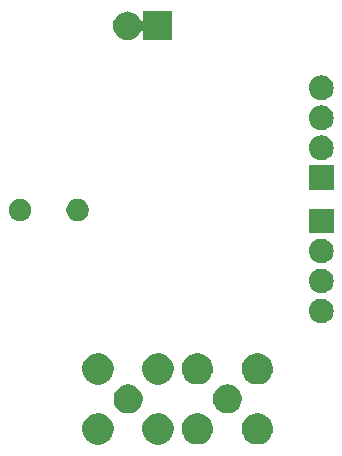
<source format=gbr>
G04 #@! TF.GenerationSoftware,KiCad,Pcbnew,5.0.2-bee76a0~70~ubuntu18.04.1*
G04 #@! TF.CreationDate,2019-01-08T18:58:55+02:00*
G04 #@! TF.ProjectId,HScope_2018_10_L,4853636f-7065-45f3-9230-31385f31305f,rev?*
G04 #@! TF.SameCoordinates,Original*
G04 #@! TF.FileFunction,Soldermask,Bot*
G04 #@! TF.FilePolarity,Negative*
%FSLAX46Y46*%
G04 Gerber Fmt 4.6, Leading zero omitted, Abs format (unit mm)*
G04 Created by KiCad (PCBNEW 5.0.2-bee76a0~70~ubuntu18.04.1) date Вт 08 янв 2019 18:58:55*
%MOMM*%
%LPD*%
G01*
G04 APERTURE LIST*
%ADD10C,0.100000*%
G04 APERTURE END LIST*
D10*
G36*
X79101159Y-69738946D02*
X79186488Y-69755919D01*
X79403481Y-69845800D01*
X79427623Y-69855800D01*
X79644641Y-70000807D01*
X79829193Y-70185359D01*
X79829195Y-70185362D01*
X79974200Y-70402377D01*
X80069939Y-70633512D01*
X80074081Y-70643513D01*
X80125000Y-70899497D01*
X80125000Y-71160503D01*
X80074081Y-71416487D01*
X79974200Y-71657623D01*
X79829193Y-71874641D01*
X79644641Y-72059193D01*
X79644638Y-72059195D01*
X79427623Y-72204200D01*
X79186488Y-72304081D01*
X79101159Y-72321054D01*
X78930503Y-72355000D01*
X78669497Y-72355000D01*
X78498841Y-72321054D01*
X78413512Y-72304081D01*
X78172377Y-72204200D01*
X77955362Y-72059195D01*
X77955359Y-72059193D01*
X77770807Y-71874641D01*
X77625800Y-71657623D01*
X77525919Y-71416487D01*
X77475000Y-71160503D01*
X77475000Y-70899497D01*
X77525919Y-70643513D01*
X77530062Y-70633512D01*
X77625800Y-70402377D01*
X77770805Y-70185362D01*
X77770807Y-70185359D01*
X77955359Y-70000807D01*
X78172377Y-69855800D01*
X78196519Y-69845800D01*
X78413512Y-69755919D01*
X78498841Y-69738946D01*
X78669497Y-69705000D01*
X78930503Y-69705000D01*
X79101159Y-69738946D01*
X79101159Y-69738946D01*
G37*
G36*
X74021159Y-69738946D02*
X74106488Y-69755919D01*
X74323481Y-69845800D01*
X74347623Y-69855800D01*
X74564641Y-70000807D01*
X74749193Y-70185359D01*
X74749195Y-70185362D01*
X74894200Y-70402377D01*
X74989939Y-70633512D01*
X74994081Y-70643513D01*
X75045000Y-70899497D01*
X75045000Y-71160503D01*
X74994081Y-71416487D01*
X74894200Y-71657623D01*
X74749193Y-71874641D01*
X74564641Y-72059193D01*
X74564638Y-72059195D01*
X74347623Y-72204200D01*
X74106488Y-72304081D01*
X74021159Y-72321054D01*
X73850503Y-72355000D01*
X73589497Y-72355000D01*
X73418841Y-72321054D01*
X73333512Y-72304081D01*
X73092377Y-72204200D01*
X72875362Y-72059195D01*
X72875359Y-72059193D01*
X72690807Y-71874641D01*
X72545800Y-71657623D01*
X72445919Y-71416487D01*
X72395000Y-71160503D01*
X72395000Y-70899497D01*
X72445919Y-70643513D01*
X72450062Y-70633512D01*
X72545800Y-70402377D01*
X72690805Y-70185362D01*
X72690807Y-70185359D01*
X72875359Y-70000807D01*
X73092377Y-69855800D01*
X73116519Y-69845800D01*
X73333512Y-69755919D01*
X73418841Y-69738946D01*
X73589497Y-69705000D01*
X73850503Y-69705000D01*
X74021159Y-69738946D01*
X74021159Y-69738946D01*
G37*
G36*
X82431159Y-69728946D02*
X82516488Y-69745919D01*
X82757623Y-69845800D01*
X82974641Y-69990807D01*
X83159193Y-70175359D01*
X83304200Y-70392377D01*
X83404081Y-70633513D01*
X83455000Y-70889497D01*
X83455000Y-71150503D01*
X83421054Y-71321159D01*
X83404081Y-71406488D01*
X83304200Y-71647623D01*
X83159193Y-71864641D01*
X82974641Y-72049193D01*
X82974638Y-72049195D01*
X82757623Y-72194200D01*
X82516488Y-72294081D01*
X82431159Y-72311054D01*
X82260503Y-72345000D01*
X81999497Y-72345000D01*
X81828841Y-72311054D01*
X81743512Y-72294081D01*
X81502377Y-72194200D01*
X81285362Y-72049195D01*
X81285359Y-72049193D01*
X81100807Y-71864641D01*
X80955800Y-71647623D01*
X80855919Y-71406488D01*
X80838946Y-71321159D01*
X80805000Y-71150503D01*
X80805000Y-70889497D01*
X80855919Y-70633513D01*
X80955800Y-70392377D01*
X81100807Y-70175359D01*
X81285359Y-69990807D01*
X81502377Y-69845800D01*
X81743512Y-69745919D01*
X81828841Y-69728946D01*
X81999497Y-69695000D01*
X82260503Y-69695000D01*
X82431159Y-69728946D01*
X82431159Y-69728946D01*
G37*
G36*
X87511159Y-69728946D02*
X87596488Y-69745919D01*
X87837623Y-69845800D01*
X88054641Y-69990807D01*
X88239193Y-70175359D01*
X88384200Y-70392377D01*
X88484081Y-70633513D01*
X88535000Y-70889497D01*
X88535000Y-71150503D01*
X88501054Y-71321159D01*
X88484081Y-71406488D01*
X88384200Y-71647623D01*
X88239193Y-71864641D01*
X88054641Y-72049193D01*
X88054638Y-72049195D01*
X87837623Y-72194200D01*
X87596488Y-72294081D01*
X87511159Y-72311054D01*
X87340503Y-72345000D01*
X87079497Y-72345000D01*
X86908841Y-72311054D01*
X86823512Y-72294081D01*
X86582377Y-72194200D01*
X86365362Y-72049195D01*
X86365359Y-72049193D01*
X86180807Y-71864641D01*
X86035800Y-71647623D01*
X85935919Y-71406488D01*
X85918946Y-71321159D01*
X85885000Y-71150503D01*
X85885000Y-70889497D01*
X85935919Y-70633513D01*
X86035800Y-70392377D01*
X86180807Y-70175359D01*
X86365359Y-69990807D01*
X86582377Y-69845800D01*
X86823512Y-69745919D01*
X86908841Y-69728946D01*
X87079497Y-69695000D01*
X87340503Y-69695000D01*
X87511159Y-69728946D01*
X87511159Y-69728946D01*
G37*
G36*
X76617319Y-67312076D02*
X76840255Y-67404419D01*
X77025926Y-67528481D01*
X77040895Y-67538483D01*
X77211517Y-67709105D01*
X77211519Y-67709108D01*
X77345581Y-67909745D01*
X77437924Y-68132681D01*
X77485000Y-68369348D01*
X77485000Y-68610652D01*
X77437924Y-68847319D01*
X77345581Y-69070255D01*
X77218201Y-69260892D01*
X77211517Y-69270895D01*
X77040895Y-69441517D01*
X77040892Y-69441519D01*
X76840255Y-69575581D01*
X76617319Y-69667924D01*
X76498985Y-69691462D01*
X76380653Y-69715000D01*
X76139347Y-69715000D01*
X76021015Y-69691462D01*
X75902681Y-69667924D01*
X75679745Y-69575581D01*
X75479108Y-69441519D01*
X75479105Y-69441517D01*
X75308483Y-69270895D01*
X75301799Y-69260892D01*
X75174419Y-69070255D01*
X75082076Y-68847319D01*
X75035000Y-68610652D01*
X75035000Y-68369348D01*
X75082076Y-68132681D01*
X75174419Y-67909745D01*
X75308481Y-67709108D01*
X75308483Y-67709105D01*
X75479105Y-67538483D01*
X75494074Y-67528481D01*
X75679745Y-67404419D01*
X75902681Y-67312076D01*
X76139347Y-67265000D01*
X76380653Y-67265000D01*
X76617319Y-67312076D01*
X76617319Y-67312076D01*
G37*
G36*
X84891199Y-67275000D02*
X85027319Y-67302076D01*
X85250255Y-67394419D01*
X85449539Y-67527577D01*
X85450895Y-67528483D01*
X85621517Y-67699105D01*
X85621519Y-67699108D01*
X85755581Y-67899745D01*
X85847924Y-68122681D01*
X85895000Y-68359348D01*
X85895000Y-68600652D01*
X85847924Y-68837319D01*
X85755581Y-69060255D01*
X85748899Y-69070255D01*
X85621517Y-69260895D01*
X85450895Y-69431517D01*
X85450892Y-69431519D01*
X85250255Y-69565581D01*
X85027319Y-69657924D01*
X84908985Y-69681462D01*
X84790653Y-69705000D01*
X84549347Y-69705000D01*
X84431015Y-69681462D01*
X84312681Y-69657924D01*
X84089745Y-69565581D01*
X83889108Y-69431519D01*
X83889105Y-69431517D01*
X83718483Y-69260895D01*
X83591101Y-69070255D01*
X83584419Y-69060255D01*
X83492076Y-68837319D01*
X83445000Y-68600652D01*
X83445000Y-68359348D01*
X83492076Y-68122681D01*
X83584419Y-67899745D01*
X83718481Y-67699108D01*
X83718483Y-67699105D01*
X83889105Y-67528483D01*
X83890461Y-67527577D01*
X84089745Y-67394419D01*
X84312681Y-67302076D01*
X84448801Y-67275000D01*
X84549347Y-67255000D01*
X84790653Y-67255000D01*
X84891199Y-67275000D01*
X84891199Y-67275000D01*
G37*
G36*
X74021159Y-64658946D02*
X74106488Y-64675919D01*
X74323481Y-64765800D01*
X74347623Y-64775800D01*
X74564641Y-64920807D01*
X74749193Y-65105359D01*
X74749195Y-65105362D01*
X74894200Y-65322377D01*
X74989939Y-65553512D01*
X74994081Y-65563513D01*
X75045000Y-65819497D01*
X75045000Y-66080503D01*
X74994081Y-66336487D01*
X74894200Y-66577623D01*
X74749193Y-66794641D01*
X74564641Y-66979193D01*
X74564638Y-66979195D01*
X74347623Y-67124200D01*
X74106488Y-67224081D01*
X74021159Y-67241054D01*
X73850503Y-67275000D01*
X73589497Y-67275000D01*
X73418841Y-67241054D01*
X73333512Y-67224081D01*
X73092377Y-67124200D01*
X72875362Y-66979195D01*
X72875359Y-66979193D01*
X72690807Y-66794641D01*
X72545800Y-66577623D01*
X72445919Y-66336487D01*
X72395000Y-66080503D01*
X72395000Y-65819497D01*
X72445919Y-65563513D01*
X72450062Y-65553512D01*
X72545800Y-65322377D01*
X72690805Y-65105362D01*
X72690807Y-65105359D01*
X72875359Y-64920807D01*
X73092377Y-64775800D01*
X73116519Y-64765800D01*
X73333512Y-64675919D01*
X73418841Y-64658946D01*
X73589497Y-64625000D01*
X73850503Y-64625000D01*
X74021159Y-64658946D01*
X74021159Y-64658946D01*
G37*
G36*
X79101159Y-64658946D02*
X79186488Y-64675919D01*
X79403481Y-64765800D01*
X79427623Y-64775800D01*
X79644641Y-64920807D01*
X79829193Y-65105359D01*
X79829195Y-65105362D01*
X79974200Y-65322377D01*
X80069939Y-65553512D01*
X80074081Y-65563513D01*
X80125000Y-65819497D01*
X80125000Y-66080503D01*
X80074081Y-66336487D01*
X79974200Y-66577623D01*
X79829193Y-66794641D01*
X79644641Y-66979193D01*
X79644638Y-66979195D01*
X79427623Y-67124200D01*
X79186488Y-67224081D01*
X79101159Y-67241054D01*
X78930503Y-67275000D01*
X78669497Y-67275000D01*
X78498841Y-67241054D01*
X78413512Y-67224081D01*
X78172377Y-67124200D01*
X77955362Y-66979195D01*
X77955359Y-66979193D01*
X77770807Y-66794641D01*
X77625800Y-66577623D01*
X77525919Y-66336487D01*
X77475000Y-66080503D01*
X77475000Y-65819497D01*
X77525919Y-65563513D01*
X77530062Y-65553512D01*
X77625800Y-65322377D01*
X77770805Y-65105362D01*
X77770807Y-65105359D01*
X77955359Y-64920807D01*
X78172377Y-64775800D01*
X78196519Y-64765800D01*
X78413512Y-64675919D01*
X78498841Y-64658946D01*
X78669497Y-64625000D01*
X78930503Y-64625000D01*
X79101159Y-64658946D01*
X79101159Y-64658946D01*
G37*
G36*
X82431159Y-64648946D02*
X82516488Y-64665919D01*
X82757623Y-64765800D01*
X82974641Y-64910807D01*
X83159193Y-65095359D01*
X83304200Y-65312377D01*
X83404081Y-65553513D01*
X83455000Y-65809497D01*
X83455000Y-66070503D01*
X83421054Y-66241159D01*
X83404081Y-66326488D01*
X83304200Y-66567623D01*
X83159193Y-66784641D01*
X82974641Y-66969193D01*
X82974638Y-66969195D01*
X82757623Y-67114200D01*
X82516488Y-67214081D01*
X82431159Y-67231054D01*
X82260503Y-67265000D01*
X81999497Y-67265000D01*
X81828841Y-67231054D01*
X81743512Y-67214081D01*
X81502377Y-67114200D01*
X81285362Y-66969195D01*
X81285359Y-66969193D01*
X81100807Y-66784641D01*
X80955800Y-66567623D01*
X80855919Y-66326488D01*
X80838946Y-66241159D01*
X80805000Y-66070503D01*
X80805000Y-65809497D01*
X80855919Y-65553513D01*
X80955800Y-65312377D01*
X81100807Y-65095359D01*
X81285359Y-64910807D01*
X81502377Y-64765800D01*
X81743512Y-64665919D01*
X81828841Y-64648946D01*
X81999497Y-64615000D01*
X82260503Y-64615000D01*
X82431159Y-64648946D01*
X82431159Y-64648946D01*
G37*
G36*
X87511159Y-64648946D02*
X87596488Y-64665919D01*
X87837623Y-64765800D01*
X88054641Y-64910807D01*
X88239193Y-65095359D01*
X88384200Y-65312377D01*
X88484081Y-65553513D01*
X88535000Y-65809497D01*
X88535000Y-66070503D01*
X88501054Y-66241159D01*
X88484081Y-66326488D01*
X88384200Y-66567623D01*
X88239193Y-66784641D01*
X88054641Y-66969193D01*
X88054638Y-66969195D01*
X87837623Y-67114200D01*
X87596488Y-67214081D01*
X87511159Y-67231054D01*
X87340503Y-67265000D01*
X87079497Y-67265000D01*
X86908841Y-67231054D01*
X86823512Y-67214081D01*
X86582377Y-67114200D01*
X86365362Y-66969195D01*
X86365359Y-66969193D01*
X86180807Y-66784641D01*
X86035800Y-66567623D01*
X85935919Y-66326488D01*
X85918946Y-66241159D01*
X85885000Y-66070503D01*
X85885000Y-65809497D01*
X85935919Y-65553513D01*
X86035800Y-65312377D01*
X86180807Y-65095359D01*
X86365359Y-64910807D01*
X86582377Y-64765800D01*
X86823512Y-64665919D01*
X86908841Y-64648946D01*
X87079497Y-64615000D01*
X87340503Y-64615000D01*
X87511159Y-64648946D01*
X87511159Y-64648946D01*
G37*
G36*
X92748707Y-59997596D02*
X92825836Y-60005193D01*
X92957787Y-60045220D01*
X93023763Y-60065233D01*
X93206172Y-60162733D01*
X93366054Y-60293946D01*
X93497267Y-60453828D01*
X93594767Y-60636237D01*
X93594767Y-60636238D01*
X93654807Y-60834164D01*
X93675080Y-61040000D01*
X93654807Y-61245836D01*
X93614780Y-61377787D01*
X93594767Y-61443763D01*
X93497267Y-61626172D01*
X93366054Y-61786054D01*
X93206172Y-61917267D01*
X93023763Y-62014767D01*
X92957787Y-62034780D01*
X92825836Y-62074807D01*
X92748707Y-62082403D01*
X92671580Y-62090000D01*
X92568420Y-62090000D01*
X92491293Y-62082403D01*
X92414164Y-62074807D01*
X92282213Y-62034780D01*
X92216237Y-62014767D01*
X92033828Y-61917267D01*
X91873946Y-61786054D01*
X91742733Y-61626172D01*
X91645233Y-61443763D01*
X91625220Y-61377787D01*
X91585193Y-61245836D01*
X91564920Y-61040000D01*
X91585193Y-60834164D01*
X91645233Y-60636238D01*
X91645233Y-60636237D01*
X91742733Y-60453828D01*
X91873946Y-60293946D01*
X92033828Y-60162733D01*
X92216237Y-60065233D01*
X92282213Y-60045220D01*
X92414164Y-60005193D01*
X92491293Y-59997596D01*
X92568420Y-59990000D01*
X92671580Y-59990000D01*
X92748707Y-59997596D01*
X92748707Y-59997596D01*
G37*
G36*
X92748707Y-57457597D02*
X92825836Y-57465193D01*
X92957787Y-57505220D01*
X93023763Y-57525233D01*
X93206172Y-57622733D01*
X93366054Y-57753946D01*
X93497267Y-57913828D01*
X93594767Y-58096237D01*
X93594767Y-58096238D01*
X93654807Y-58294164D01*
X93675080Y-58500000D01*
X93654807Y-58705836D01*
X93614780Y-58837787D01*
X93594767Y-58903763D01*
X93497267Y-59086172D01*
X93366054Y-59246054D01*
X93206172Y-59377267D01*
X93023763Y-59474767D01*
X92957787Y-59494780D01*
X92825836Y-59534807D01*
X92748707Y-59542404D01*
X92671580Y-59550000D01*
X92568420Y-59550000D01*
X92491293Y-59542404D01*
X92414164Y-59534807D01*
X92282213Y-59494780D01*
X92216237Y-59474767D01*
X92033828Y-59377267D01*
X91873946Y-59246054D01*
X91742733Y-59086172D01*
X91645233Y-58903763D01*
X91625220Y-58837787D01*
X91585193Y-58705836D01*
X91564920Y-58500000D01*
X91585193Y-58294164D01*
X91645233Y-58096238D01*
X91645233Y-58096237D01*
X91742733Y-57913828D01*
X91873946Y-57753946D01*
X92033828Y-57622733D01*
X92216237Y-57525233D01*
X92282213Y-57505220D01*
X92414164Y-57465193D01*
X92491293Y-57457597D01*
X92568420Y-57450000D01*
X92671580Y-57450000D01*
X92748707Y-57457597D01*
X92748707Y-57457597D01*
G37*
G36*
X92748707Y-54917597D02*
X92825836Y-54925193D01*
X92957787Y-54965220D01*
X93023763Y-54985233D01*
X93206172Y-55082733D01*
X93366054Y-55213946D01*
X93497267Y-55373828D01*
X93594767Y-55556237D01*
X93594767Y-55556238D01*
X93654807Y-55754164D01*
X93675080Y-55960000D01*
X93654807Y-56165836D01*
X93614780Y-56297787D01*
X93594767Y-56363763D01*
X93497267Y-56546172D01*
X93366054Y-56706054D01*
X93206172Y-56837267D01*
X93023763Y-56934767D01*
X92957787Y-56954780D01*
X92825836Y-56994807D01*
X92748707Y-57002404D01*
X92671580Y-57010000D01*
X92568420Y-57010000D01*
X92491293Y-57002404D01*
X92414164Y-56994807D01*
X92282213Y-56954780D01*
X92216237Y-56934767D01*
X92033828Y-56837267D01*
X91873946Y-56706054D01*
X91742733Y-56546172D01*
X91645233Y-56363763D01*
X91625220Y-56297787D01*
X91585193Y-56165836D01*
X91564920Y-55960000D01*
X91585193Y-55754164D01*
X91645233Y-55556238D01*
X91645233Y-55556237D01*
X91742733Y-55373828D01*
X91873946Y-55213946D01*
X92033828Y-55082733D01*
X92216237Y-54985233D01*
X92282213Y-54965220D01*
X92414164Y-54925193D01*
X92491293Y-54917597D01*
X92568420Y-54910000D01*
X92671580Y-54910000D01*
X92748707Y-54917597D01*
X92748707Y-54917597D01*
G37*
G36*
X93670000Y-54470000D02*
X91570000Y-54470000D01*
X91570000Y-52370000D01*
X93670000Y-52370000D01*
X93670000Y-54470000D01*
X93670000Y-54470000D01*
G37*
G36*
X67249452Y-51549127D02*
X67387105Y-51576508D01*
X67559994Y-51648121D01*
X67715590Y-51752087D01*
X67847913Y-51884410D01*
X67951879Y-52040006D01*
X68023492Y-52212895D01*
X68060000Y-52396433D01*
X68060000Y-52583567D01*
X68023492Y-52767105D01*
X67951879Y-52939994D01*
X67847913Y-53095590D01*
X67715590Y-53227913D01*
X67559994Y-53331879D01*
X67387105Y-53403492D01*
X67249452Y-53430873D01*
X67203568Y-53440000D01*
X67016432Y-53440000D01*
X66970548Y-53430873D01*
X66832895Y-53403492D01*
X66660006Y-53331879D01*
X66504410Y-53227913D01*
X66372087Y-53095590D01*
X66268121Y-52939994D01*
X66196508Y-52767105D01*
X66160000Y-52583567D01*
X66160000Y-52396433D01*
X66196508Y-52212895D01*
X66268121Y-52040006D01*
X66372087Y-51884410D01*
X66504410Y-51752087D01*
X66660006Y-51648121D01*
X66832895Y-51576508D01*
X66970548Y-51549127D01*
X67016432Y-51540000D01*
X67203568Y-51540000D01*
X67249452Y-51549127D01*
X67249452Y-51549127D01*
G37*
G36*
X72129452Y-51549127D02*
X72267105Y-51576508D01*
X72439994Y-51648121D01*
X72595590Y-51752087D01*
X72727913Y-51884410D01*
X72831879Y-52040006D01*
X72903492Y-52212895D01*
X72940000Y-52396433D01*
X72940000Y-52583567D01*
X72903492Y-52767105D01*
X72831879Y-52939994D01*
X72727913Y-53095590D01*
X72595590Y-53227913D01*
X72439994Y-53331879D01*
X72267105Y-53403492D01*
X72129452Y-53430873D01*
X72083568Y-53440000D01*
X71896432Y-53440000D01*
X71850548Y-53430873D01*
X71712895Y-53403492D01*
X71540006Y-53331879D01*
X71384410Y-53227913D01*
X71252087Y-53095590D01*
X71148121Y-52939994D01*
X71076508Y-52767105D01*
X71040000Y-52583567D01*
X71040000Y-52396433D01*
X71076508Y-52212895D01*
X71148121Y-52040006D01*
X71252087Y-51884410D01*
X71384410Y-51752087D01*
X71540006Y-51648121D01*
X71712895Y-51576508D01*
X71850548Y-51549127D01*
X71896432Y-51540000D01*
X72083568Y-51540000D01*
X72129452Y-51549127D01*
X72129452Y-51549127D01*
G37*
G36*
X93670000Y-50820000D02*
X91570000Y-50820000D01*
X91570000Y-48720000D01*
X93670000Y-48720000D01*
X93670000Y-50820000D01*
X93670000Y-50820000D01*
G37*
G36*
X92748707Y-46187596D02*
X92825836Y-46195193D01*
X92957787Y-46235220D01*
X93023763Y-46255233D01*
X93206172Y-46352733D01*
X93366054Y-46483946D01*
X93497267Y-46643828D01*
X93594767Y-46826237D01*
X93594767Y-46826238D01*
X93654807Y-47024164D01*
X93675080Y-47230000D01*
X93654807Y-47435836D01*
X93614780Y-47567787D01*
X93594767Y-47633763D01*
X93497267Y-47816172D01*
X93366054Y-47976054D01*
X93206172Y-48107267D01*
X93023763Y-48204767D01*
X92957787Y-48224780D01*
X92825836Y-48264807D01*
X92748707Y-48272404D01*
X92671580Y-48280000D01*
X92568420Y-48280000D01*
X92491293Y-48272404D01*
X92414164Y-48264807D01*
X92282213Y-48224780D01*
X92216237Y-48204767D01*
X92033828Y-48107267D01*
X91873946Y-47976054D01*
X91742733Y-47816172D01*
X91645233Y-47633763D01*
X91625220Y-47567787D01*
X91585193Y-47435836D01*
X91564920Y-47230000D01*
X91585193Y-47024164D01*
X91645233Y-46826238D01*
X91645233Y-46826237D01*
X91742733Y-46643828D01*
X91873946Y-46483946D01*
X92033828Y-46352733D01*
X92216237Y-46255233D01*
X92282213Y-46235220D01*
X92414164Y-46195193D01*
X92491293Y-46187597D01*
X92568420Y-46180000D01*
X92671580Y-46180000D01*
X92748707Y-46187596D01*
X92748707Y-46187596D01*
G37*
G36*
X92748707Y-43647597D02*
X92825836Y-43655193D01*
X92957787Y-43695220D01*
X93023763Y-43715233D01*
X93206172Y-43812733D01*
X93366054Y-43943946D01*
X93497267Y-44103828D01*
X93594767Y-44286237D01*
X93594767Y-44286238D01*
X93654807Y-44484164D01*
X93675080Y-44690000D01*
X93654807Y-44895836D01*
X93614780Y-45027787D01*
X93594767Y-45093763D01*
X93497267Y-45276172D01*
X93366054Y-45436054D01*
X93206172Y-45567267D01*
X93023763Y-45664767D01*
X92957787Y-45684780D01*
X92825836Y-45724807D01*
X92748707Y-45732403D01*
X92671580Y-45740000D01*
X92568420Y-45740000D01*
X92491293Y-45732403D01*
X92414164Y-45724807D01*
X92282213Y-45684780D01*
X92216237Y-45664767D01*
X92033828Y-45567267D01*
X91873946Y-45436054D01*
X91742733Y-45276172D01*
X91645233Y-45093763D01*
X91625220Y-45027787D01*
X91585193Y-44895836D01*
X91564920Y-44690000D01*
X91585193Y-44484164D01*
X91645233Y-44286238D01*
X91645233Y-44286237D01*
X91742733Y-44103828D01*
X91873946Y-43943946D01*
X92033828Y-43812733D01*
X92216237Y-43715233D01*
X92282213Y-43695220D01*
X92414164Y-43655193D01*
X92491293Y-43647597D01*
X92568420Y-43640000D01*
X92671580Y-43640000D01*
X92748707Y-43647597D01*
X92748707Y-43647597D01*
G37*
G36*
X92748707Y-41107597D02*
X92825836Y-41115193D01*
X92957787Y-41155220D01*
X93023763Y-41175233D01*
X93206172Y-41272733D01*
X93366054Y-41403946D01*
X93497267Y-41563828D01*
X93594767Y-41746237D01*
X93594767Y-41746238D01*
X93654807Y-41944164D01*
X93675080Y-42150000D01*
X93654807Y-42355836D01*
X93614780Y-42487787D01*
X93594767Y-42553763D01*
X93497267Y-42736172D01*
X93366054Y-42896054D01*
X93206172Y-43027267D01*
X93023763Y-43124767D01*
X92957787Y-43144780D01*
X92825836Y-43184807D01*
X92748707Y-43192403D01*
X92671580Y-43200000D01*
X92568420Y-43200000D01*
X92491293Y-43192403D01*
X92414164Y-43184807D01*
X92282213Y-43144780D01*
X92216237Y-43124767D01*
X92033828Y-43027267D01*
X91873946Y-42896054D01*
X91742733Y-42736172D01*
X91645233Y-42553763D01*
X91625220Y-42487787D01*
X91585193Y-42355836D01*
X91564920Y-42150000D01*
X91585193Y-41944164D01*
X91645233Y-41746238D01*
X91645233Y-41746237D01*
X91742733Y-41563828D01*
X91873946Y-41403946D01*
X92033828Y-41272733D01*
X92216237Y-41175233D01*
X92282213Y-41155220D01*
X92414164Y-41115193D01*
X92491293Y-41107597D01*
X92568420Y-41100000D01*
X92671580Y-41100000D01*
X92748707Y-41107597D01*
X92748707Y-41107597D01*
G37*
G36*
X76304208Y-35693473D02*
X76445241Y-35707363D01*
X76671442Y-35775981D01*
X76671444Y-35775982D01*
X76671447Y-35775983D01*
X76879910Y-35887408D01*
X77062634Y-36037366D01*
X77212592Y-36220090D01*
X77314760Y-36411234D01*
X77328374Y-36431609D01*
X77345701Y-36448936D01*
X77366075Y-36462550D01*
X77388714Y-36471927D01*
X77412748Y-36476708D01*
X77437252Y-36476708D01*
X77461285Y-36471928D01*
X77483924Y-36462550D01*
X77504299Y-36448936D01*
X77521626Y-36431609D01*
X77535240Y-36411235D01*
X77544617Y-36388596D01*
X77549398Y-36364562D01*
X77550000Y-36352310D01*
X77550000Y-35690000D01*
X79950000Y-35690000D01*
X79950000Y-38090000D01*
X77550000Y-38090000D01*
X77550000Y-37427690D01*
X77547598Y-37403304D01*
X77540485Y-37379855D01*
X77528934Y-37358244D01*
X77513388Y-37339302D01*
X77494446Y-37323756D01*
X77472835Y-37312205D01*
X77449386Y-37305092D01*
X77425000Y-37302690D01*
X77400614Y-37305092D01*
X77377165Y-37312205D01*
X77355554Y-37323756D01*
X77336612Y-37339302D01*
X77321066Y-37358244D01*
X77314760Y-37368766D01*
X77212592Y-37559910D01*
X77062634Y-37742634D01*
X76879910Y-37892592D01*
X76671447Y-38004017D01*
X76671444Y-38004018D01*
X76671442Y-38004019D01*
X76445241Y-38072637D01*
X76304208Y-38086527D01*
X76268951Y-38090000D01*
X76151049Y-38090000D01*
X76115792Y-38086527D01*
X75974759Y-38072637D01*
X75748558Y-38004019D01*
X75748556Y-38004018D01*
X75748553Y-38004017D01*
X75540090Y-37892592D01*
X75357366Y-37742634D01*
X75207408Y-37559910D01*
X75095983Y-37351447D01*
X75095981Y-37351442D01*
X75027363Y-37125241D01*
X75004194Y-36890000D01*
X75027363Y-36654759D01*
X75095981Y-36428558D01*
X75095982Y-36428556D01*
X75095983Y-36428553D01*
X75207408Y-36220090D01*
X75357366Y-36037366D01*
X75540090Y-35887408D01*
X75748553Y-35775983D01*
X75748556Y-35775982D01*
X75748558Y-35775981D01*
X75974759Y-35707363D01*
X76115792Y-35693473D01*
X76151049Y-35690000D01*
X76268951Y-35690000D01*
X76304208Y-35693473D01*
X76304208Y-35693473D01*
G37*
M02*

</source>
